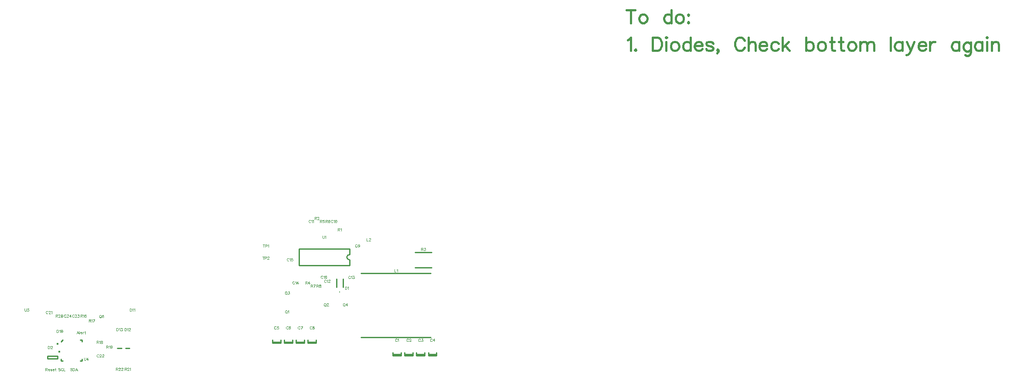
<source format=gbr>
G04 DipTrace 3.3.0.1*
G04 TopAssy.gbr*
%MOIN*%
G04 #@! TF.FileFunction,Drawing,Top*
G04 #@! TF.Part,Single*
%ADD10C,0.009843*%
%ADD28C,0.009449*%
%ADD30C,0.015415*%
%ADD48O,0.016249X0.015383*%
%ADD122C,0.003088*%
%ADD123C,0.015439*%
%FSLAX26Y26*%
G04*
G70*
G90*
G75*
G01*
G04 TopAssy*
%LPD*%
X3474772Y860186D2*
D10*
X3411843D1*
X3474772Y852738D2*
X3411843D1*
X3474772D2*
Y876297D1*
X3411843Y852738D2*
Y876297D1*
X3565323Y860186D2*
X3502394D1*
X3565323Y852738D2*
X3502394D1*
X3565323D2*
Y876297D1*
X3502394Y852738D2*
Y876297D1*
X3655877Y860186D2*
X3592948D1*
X3655877Y852738D2*
X3592948D1*
X3655877D2*
Y876297D1*
X3592948Y852738D2*
Y876297D1*
X3746425Y860186D2*
X3683496D1*
X3746425Y852738D2*
X3683496D1*
X3746425D2*
Y876297D1*
X3683496Y852738D2*
Y876297D1*
X2553513Y954675D2*
X2490584D1*
X2553513Y947226D2*
X2490584D1*
X2553513D2*
Y970785D1*
X2490584Y947226D2*
Y970785D1*
X2644062Y954675D2*
X2581133D1*
X2644062Y947226D2*
X2581133D1*
X2644062D2*
Y970785D1*
X2581133Y947226D2*
Y970785D1*
X2734614Y954675D2*
X2671685D1*
X2734614Y947226D2*
X2671685D1*
X2734614D2*
Y970785D1*
X2671685Y947226D2*
Y970785D1*
X2825165Y954675D2*
X2762236D1*
X2825165Y947226D2*
X2762236D1*
X2825165D2*
Y970785D1*
X2762236Y947226D2*
Y970785D1*
X2982678Y1376323D2*
Y1439314D1*
X3029921Y1376323D2*
Y1439314D1*
D28*
X3006299Y1339315D3*
D30*
X861945Y883165D3*
X848821Y848764D2*
D10*
X770074D1*
Y829089D1*
X848821D1*
Y848764D1*
X1398031Y909793D2*
X1366535D1*
X1337008D2*
X1305512D1*
X3701208Y990501D2*
X3169658D1*
X3701208Y1482627D2*
X3169658D1*
X3583134Y1642108D2*
X3708992D1*
X3583134Y1523934D2*
X3708992D1*
X3080098Y1667808D2*
X2694311D1*
X3080098Y1541541D2*
X2694311D1*
Y1667808D2*
Y1541541D1*
X3080098Y1667808D2*
Y1624415D1*
Y1584934D2*
Y1541541D1*
Y1624415D2*
G03X3080098Y1584934I66J-19741D01*
G01*
X876270Y959081D2*
X888200Y970791D1*
X876270Y813361D2*
X888200D1*
X876270D2*
Y825071D1*
X1033899Y813361D2*
Y825071D1*
Y813361D2*
X1021968D1*
X1033899Y970791D2*
Y959081D1*
Y970791D2*
X1021968D1*
D48*
X849004Y941134D3*
X3444995Y975645D2*
D122*
X3444044Y977546D1*
X3442121Y979470D1*
X3440219Y980420D1*
X3436395D1*
X3434471Y979470D1*
X3432570Y977546D1*
X3431597Y975645D1*
X3430647Y972771D1*
Y967974D1*
X3431597Y965122D1*
X3432570Y963198D1*
X3434471Y961297D1*
X3436395Y960324D1*
X3440219D1*
X3442121Y961297D1*
X3444044Y963198D1*
X3444995Y965122D1*
X3451170Y976574D2*
X3453094Y977546D1*
X3455968Y980398D1*
Y960324D1*
X3531246Y975645D2*
X3530295Y977546D1*
X3528372Y979470D1*
X3526470Y980420D1*
X3522646D1*
X3520722Y979470D1*
X3518821Y977546D1*
X3517848Y975645D1*
X3516898Y972771D1*
Y967974D1*
X3517848Y965122D1*
X3518821Y963198D1*
X3520722Y961297D1*
X3522646Y960324D1*
X3526470D1*
X3528372Y961297D1*
X3530295Y963198D1*
X3531246Y965122D1*
X3538394Y975623D2*
Y976574D1*
X3539345Y978497D1*
X3540295Y979448D1*
X3542219Y980398D1*
X3546043D1*
X3547945Y979448D1*
X3548895Y978497D1*
X3549868Y976574D1*
Y974672D1*
X3548895Y972749D1*
X3546994Y969897D1*
X3537421Y960324D1*
X3550819D1*
X3621800Y975645D2*
X3620849Y977546D1*
X3618926Y979470D1*
X3617024Y980420D1*
X3613200D1*
X3611276Y979470D1*
X3609375Y977546D1*
X3608402Y975645D1*
X3607452Y972771D1*
Y967974D1*
X3608402Y965122D1*
X3609375Y963198D1*
X3611276Y961297D1*
X3613200Y960324D1*
X3617024D1*
X3618926Y961297D1*
X3620849Y963198D1*
X3621800Y965122D1*
X3629899Y980398D2*
X3640400D1*
X3634674Y972749D1*
X3637548D1*
X3639449Y971798D1*
X3640400Y970848D1*
X3641373Y967974D1*
Y966072D1*
X3640400Y963198D1*
X3638499Y961275D1*
X3635625Y960324D1*
X3632751D1*
X3629899Y961275D1*
X3628948Y962248D1*
X3627975Y964149D1*
X3711873Y975645D2*
X3710922Y977546D1*
X3708999Y979470D1*
X3707097Y980420D1*
X3703273D1*
X3701349Y979470D1*
X3699448Y977546D1*
X3698475Y975645D1*
X3697525Y972771D1*
Y967974D1*
X3698475Y965122D1*
X3699448Y963198D1*
X3701349Y961297D1*
X3703273Y960324D1*
X3707097D1*
X3708999Y961297D1*
X3710922Y963198D1*
X3711873Y965122D1*
X3727621Y960324D2*
Y980398D1*
X3718048Y967023D1*
X3732396D1*
X2519436Y1070133D2*
X2518485Y1072035D1*
X2516562Y1073958D1*
X2514661Y1074909D1*
X2510836D1*
X2508913Y1073958D1*
X2507011Y1072035D1*
X2506039Y1070133D1*
X2505088Y1067259D1*
Y1062462D1*
X2506039Y1059610D1*
X2507011Y1057687D1*
X2508913Y1055785D1*
X2510836Y1054813D1*
X2514661D1*
X2516562Y1055785D1*
X2518485Y1057687D1*
X2519436Y1059610D1*
X2537086Y1074887D2*
X2527535D1*
X2526584Y1066287D1*
X2527535Y1067237D1*
X2530409Y1068210D1*
X2533261D1*
X2536135Y1067237D1*
X2538058Y1065336D1*
X2539009Y1062462D1*
Y1060561D1*
X2538058Y1057687D1*
X2536135Y1055763D1*
X2533261Y1054813D1*
X2530409D1*
X2527535Y1055763D1*
X2526584Y1056736D1*
X2525612Y1058637D1*
X2610471Y1070133D2*
X2609520Y1072035D1*
X2607597Y1073958D1*
X2605696Y1074909D1*
X2601871D1*
X2599948Y1073958D1*
X2598046Y1072035D1*
X2597074Y1070133D1*
X2596123Y1067259D1*
Y1062462D1*
X2597074Y1059610D1*
X2598046Y1057687D1*
X2599948Y1055785D1*
X2601871Y1054813D1*
X2605696D1*
X2607597Y1055785D1*
X2609520Y1057687D1*
X2610471Y1059610D1*
X2628121Y1072035D2*
X2627170Y1073936D1*
X2624296Y1074887D1*
X2622395D1*
X2619521Y1073936D1*
X2617597Y1071062D1*
X2616647Y1066287D1*
Y1061511D1*
X2617597Y1057687D1*
X2619521Y1055763D1*
X2622395Y1054813D1*
X2623345D1*
X2626197Y1055763D1*
X2628121Y1057687D1*
X2629071Y1060561D1*
Y1061511D1*
X2628121Y1064385D1*
X2626197Y1066287D1*
X2623345Y1067237D1*
X2622395D1*
X2619521Y1066287D1*
X2617597Y1064385D1*
X2616647Y1061511D1*
X2700537Y1070133D2*
X2699586Y1072035D1*
X2697663Y1073958D1*
X2695762Y1074909D1*
X2691937D1*
X2690014Y1073958D1*
X2688112Y1072035D1*
X2687140Y1070133D1*
X2686189Y1067259D1*
Y1062462D1*
X2687140Y1059610D1*
X2688112Y1057687D1*
X2690014Y1055785D1*
X2691937Y1054813D1*
X2695762D1*
X2697663Y1055785D1*
X2699586Y1057687D1*
X2700537Y1059610D1*
X2710537Y1054813D2*
X2720110Y1074887D1*
X2706713D1*
X2791099Y1070133D2*
X2790149Y1072035D1*
X2788225Y1073958D1*
X2786324Y1074909D1*
X2782499D1*
X2780576Y1073958D1*
X2778675Y1072035D1*
X2777702Y1070133D1*
X2776751Y1067259D1*
Y1062462D1*
X2777702Y1059610D1*
X2778675Y1057687D1*
X2780576Y1055785D1*
X2782499Y1054813D1*
X2786324D1*
X2788225Y1055785D1*
X2790149Y1057687D1*
X2791099Y1059610D1*
X2802050Y1074887D2*
X2799198Y1073936D1*
X2798226Y1072035D1*
Y1070111D1*
X2799198Y1068210D1*
X2801100Y1067237D1*
X2804924Y1066287D1*
X2807798Y1065336D1*
X2809700Y1063413D1*
X2810650Y1061511D1*
Y1058637D1*
X2809700Y1056736D1*
X2808749Y1055763D1*
X2805875Y1054813D1*
X2802050D1*
X2799198Y1055763D1*
X2798226Y1056736D1*
X2797275Y1058637D1*
Y1061511D1*
X2798226Y1063413D1*
X2800149Y1065336D1*
X2803001Y1066287D1*
X2806826Y1067237D1*
X2808749Y1068210D1*
X2809700Y1070111D1*
Y1072035D1*
X2808749Y1073936D1*
X2805875Y1074887D1*
X2802050D1*
X3138020Y1698086D2*
X3137070Y1699987D1*
X3135146Y1701911D1*
X3133245Y1702861D1*
X3129420D1*
X3127497Y1701911D1*
X3125596Y1699987D1*
X3124623Y1698086D1*
X3123672Y1695212D1*
Y1690415D1*
X3124623Y1687563D1*
X3125596Y1685639D1*
X3127497Y1683738D1*
X3129420Y1682765D1*
X3133245D1*
X3135146Y1683738D1*
X3137070Y1685639D1*
X3138020Y1687563D1*
X3156643Y1696163D2*
X3155670Y1693289D1*
X3153769Y1691365D1*
X3150895Y1690415D1*
X3149944D1*
X3147070Y1691365D1*
X3145169Y1693289D1*
X3144196Y1696163D1*
Y1697113D1*
X3145169Y1699987D1*
X3147070Y1701889D1*
X3149944Y1702839D1*
X3150895D1*
X3153769Y1701889D1*
X3155670Y1699987D1*
X3156643Y1696163D1*
Y1691365D1*
X3155670Y1686590D1*
X3153769Y1683716D1*
X3150895Y1682765D1*
X3148993D1*
X3146119Y1683716D1*
X3145169Y1685639D1*
X2952925Y1885094D2*
X2951974Y1886995D1*
X2950051Y1888919D1*
X2948149Y1889869D1*
X2944325D1*
X2942401Y1888919D1*
X2940500Y1886995D1*
X2939527Y1885094D1*
X2938577Y1882220D1*
Y1877423D1*
X2939527Y1874571D1*
X2940500Y1872647D1*
X2942401Y1870746D1*
X2944325Y1869773D1*
X2948149D1*
X2950051Y1870746D1*
X2951974Y1872647D1*
X2952925Y1874571D1*
X2959100Y1886023D2*
X2961024Y1886995D1*
X2963898Y1889847D1*
Y1869773D1*
X2975821Y1889847D2*
X2972947Y1888897D1*
X2971024Y1886023D1*
X2970073Y1881247D1*
Y1878373D1*
X2971024Y1873598D1*
X2972947Y1870724D1*
X2975821Y1869773D1*
X2977723D1*
X2980597Y1870724D1*
X2982498Y1873598D1*
X2983471Y1878373D1*
Y1881247D1*
X2982498Y1886023D1*
X2980597Y1888897D1*
X2977723Y1889847D1*
X2975821D1*
X2982498Y1886023D2*
X2971024Y1873598D1*
X2783209Y1885094D2*
X2782258Y1886995D1*
X2780335Y1888919D1*
X2778433Y1889869D1*
X2774609D1*
X2772685Y1888919D1*
X2770784Y1886995D1*
X2769811Y1885094D1*
X2768861Y1882220D1*
Y1877423D1*
X2769811Y1874571D1*
X2770784Y1872647D1*
X2772685Y1870746D1*
X2774609Y1869773D1*
X2778433D1*
X2780335Y1870746D1*
X2782258Y1872647D1*
X2783209Y1874571D1*
X2789384Y1886023D2*
X2791308Y1886995D1*
X2794182Y1889847D1*
Y1869773D1*
X2800358Y1886023D2*
X2802281Y1886995D1*
X2805155Y1889847D1*
Y1869773D1*
X2902137Y1426433D2*
X2901187Y1428334D1*
X2899263Y1430257D1*
X2897362Y1431208D1*
X2893537D1*
X2891614Y1430257D1*
X2889713Y1428334D1*
X2888740Y1426433D1*
X2887789Y1423559D1*
Y1418761D1*
X2888740Y1415909D1*
X2889713Y1413986D1*
X2891614Y1412085D1*
X2893537Y1411112D1*
X2897362D1*
X2899263Y1412085D1*
X2901187Y1413986D1*
X2902137Y1415909D1*
X2908313Y1427361D2*
X2910236Y1428334D1*
X2913110Y1431186D1*
Y1411112D1*
X2920259Y1426410D2*
Y1427361D1*
X2921209Y1429284D1*
X2922160Y1430235D1*
X2924083Y1431186D1*
X2927908D1*
X2929809Y1430235D1*
X2930760Y1429284D1*
X2931733Y1427361D1*
Y1425460D1*
X2930760Y1423536D1*
X2928859Y1420685D1*
X2919286Y1411112D1*
X2932683D1*
X3086783Y1455960D2*
X3085832Y1457861D1*
X3083909Y1459785D1*
X3082008Y1460735D1*
X3078183D1*
X3076259Y1459785D1*
X3074358Y1457861D1*
X3073385Y1455960D1*
X3072435Y1453086D1*
Y1448289D1*
X3073385Y1445437D1*
X3074358Y1443513D1*
X3076259Y1441612D1*
X3078183Y1440639D1*
X3082008D1*
X3083909Y1441612D1*
X3085832Y1443513D1*
X3086783Y1445437D1*
X3092959Y1456889D2*
X3094882Y1457861D1*
X3097756Y1460713D1*
Y1440639D1*
X3105855Y1460713D2*
X3116356D1*
X3110630Y1453064D1*
X3113504D1*
X3115406Y1452113D1*
X3116356Y1451163D1*
X3117329Y1448289D1*
Y1446387D1*
X3116356Y1443513D1*
X3114455Y1441590D1*
X3111581Y1440639D1*
X3108707D1*
X3105855Y1441590D1*
X3104904Y1442563D1*
X3103932Y1444464D1*
X2659142Y1414622D2*
X2658192Y1416523D1*
X2656268Y1418446D1*
X2654367Y1419397D1*
X2650542D1*
X2648619Y1418446D1*
X2646718Y1416523D1*
X2645745Y1414622D1*
X2644794Y1411748D1*
Y1406950D1*
X2645745Y1404098D1*
X2646718Y1402175D1*
X2648619Y1400274D1*
X2650542Y1399301D1*
X2654367D1*
X2656268Y1400274D1*
X2658192Y1402175D1*
X2659142Y1404098D1*
X2665318Y1415550D2*
X2667241Y1416523D1*
X2670115Y1419375D1*
Y1399301D1*
X2685864D2*
Y1419375D1*
X2676291Y1406000D1*
X2690639D1*
X2616704Y1591787D2*
X2615753Y1593688D1*
X2613830Y1595612D1*
X2611929Y1596562D1*
X2608104D1*
X2606181Y1595612D1*
X2604279Y1593688D1*
X2603307Y1591787D1*
X2602356Y1588913D1*
Y1584115D1*
X2603307Y1581264D1*
X2604279Y1579340D1*
X2606181Y1577439D1*
X2608104Y1576466D1*
X2611929D1*
X2613830Y1577439D1*
X2615753Y1579340D1*
X2616704Y1581264D1*
X2622880Y1592715D2*
X2624803Y1593688D1*
X2627677Y1596540D1*
Y1576466D1*
X2645327Y1596540D2*
X2635776D1*
X2634826Y1587940D1*
X2635776Y1588891D1*
X2638650Y1589864D1*
X2641502D1*
X2644376Y1588891D1*
X2646300Y1586990D1*
X2647250Y1584115D1*
Y1582214D1*
X2646300Y1579340D1*
X2644376Y1577417D1*
X2641502Y1576466D1*
X2638650D1*
X2635776Y1577417D1*
X2634826Y1578390D1*
X2633853Y1580291D1*
X2876246Y1458125D2*
X2875295Y1460027D1*
X2873372Y1461950D1*
X2871470Y1462901D1*
X2867646D1*
X2865722Y1461950D1*
X2863821Y1460027D1*
X2862848Y1458125D1*
X2861898Y1455251D1*
Y1450454D1*
X2862848Y1447602D1*
X2863821Y1445679D1*
X2865722Y1443778D1*
X2867646Y1442805D1*
X2871470D1*
X2873372Y1443778D1*
X2875295Y1445679D1*
X2876246Y1447602D1*
X2882421Y1459054D2*
X2884345Y1460027D1*
X2887219Y1462879D1*
Y1442805D1*
X2904868Y1460027D2*
X2903918Y1461928D1*
X2901044Y1462879D1*
X2899142D1*
X2896268Y1461928D1*
X2894345Y1459054D1*
X2893394Y1454279D1*
Y1449503D1*
X2894345Y1445679D1*
X2896268Y1443755D1*
X2899142Y1442805D1*
X2900093D1*
X2902945Y1443755D1*
X2904868Y1445679D1*
X2905819Y1448553D1*
Y1449503D1*
X2904868Y1452377D1*
X2902945Y1454279D1*
X2900093Y1455229D1*
X2899142D1*
X2896268Y1454279D1*
X2894345Y1452377D1*
X2893394Y1449503D1*
X773791Y1188244D2*
X772840Y1190145D1*
X770917Y1192068D1*
X769015Y1193019D1*
X765191D1*
X763267Y1192068D1*
X761366Y1190145D1*
X760393Y1188244D1*
X759443Y1185370D1*
Y1180572D1*
X760393Y1177720D1*
X761366Y1175797D1*
X763267Y1173896D1*
X765191Y1172923D1*
X769015D1*
X770917Y1173896D1*
X772840Y1175797D1*
X773791Y1177720D1*
X780939Y1188221D2*
Y1189172D1*
X781890Y1191096D1*
X782840Y1192046D1*
X784764Y1192997D1*
X788588D1*
X790490Y1192046D1*
X791440Y1191096D1*
X792413Y1189172D1*
Y1187271D1*
X791440Y1185347D1*
X789539Y1182496D1*
X779966Y1172923D1*
X793364D1*
X799539Y1189172D2*
X801463Y1190145D1*
X804337Y1192997D1*
Y1172923D1*
X1163192Y855566D2*
X1162241Y857468D1*
X1160317Y859391D1*
X1158416Y860342D1*
X1154592D1*
X1152668Y859391D1*
X1150767Y857468D1*
X1149794Y855566D1*
X1148844Y852692D1*
Y847895D1*
X1149794Y845043D1*
X1150767Y843120D1*
X1152668Y841218D1*
X1154592Y840246D1*
X1158416D1*
X1160317Y841218D1*
X1162241Y843120D1*
X1163192Y845043D1*
X1170340Y855544D2*
Y856495D1*
X1171291Y858418D1*
X1172241Y859369D1*
X1174165Y860320D1*
X1177989D1*
X1179891Y859369D1*
X1180841Y858418D1*
X1181814Y856495D1*
Y854594D1*
X1180841Y852670D1*
X1178940Y849818D1*
X1169367Y840246D1*
X1182765D1*
X1189913Y855544D2*
Y856495D1*
X1190864Y858418D1*
X1191814Y859369D1*
X1193738Y860320D1*
X1197562D1*
X1199464Y859369D1*
X1200414Y858418D1*
X1201387Y856495D1*
Y854594D1*
X1200414Y852670D1*
X1198513Y849818D1*
X1188940Y840246D1*
X1202338D1*
X974215Y1160685D2*
X973264Y1162586D1*
X971341Y1164509D1*
X969440Y1165460D1*
X965615D1*
X963692Y1164509D1*
X961791Y1162586D1*
X960818Y1160685D1*
X959867Y1157811D1*
Y1153013D1*
X960818Y1150161D1*
X961791Y1148238D1*
X963692Y1146337D1*
X965615Y1145364D1*
X969440D1*
X971341Y1146337D1*
X973264Y1148238D1*
X974215Y1150161D1*
X981364Y1160662D2*
Y1161613D1*
X982314Y1163536D1*
X983265Y1164487D1*
X985188Y1165438D1*
X989013D1*
X990914Y1164487D1*
X991865Y1163536D1*
X992838Y1161613D1*
Y1159712D1*
X991865Y1157788D1*
X989964Y1154937D1*
X980391Y1145364D1*
X993788D1*
X1001887Y1165438D2*
X1012388D1*
X1006663Y1157788D1*
X1009537D1*
X1011438Y1156838D1*
X1012388Y1155887D1*
X1013361Y1153013D1*
Y1151112D1*
X1012388Y1148238D1*
X1010487Y1146314D1*
X1007613Y1145364D1*
X1004739D1*
X1001887Y1146314D1*
X1000937Y1147287D1*
X999964Y1149188D1*
X912716Y1160685D2*
X911766Y1162586D1*
X909842Y1164509D1*
X907941Y1165460D1*
X904116D1*
X902193Y1164509D1*
X900292Y1162586D1*
X899319Y1160685D1*
X898368Y1157811D1*
Y1153013D1*
X899319Y1150161D1*
X900292Y1148238D1*
X902193Y1146337D1*
X904116Y1145364D1*
X907941D1*
X909842Y1146337D1*
X911766Y1148238D1*
X912716Y1150161D1*
X919865Y1160662D2*
Y1161613D1*
X920815Y1163536D1*
X921766Y1164487D1*
X923689Y1165438D1*
X927514D1*
X929415Y1164487D1*
X930366Y1163536D1*
X931339Y1161613D1*
Y1159712D1*
X930366Y1157788D1*
X928465Y1154937D1*
X918892Y1145364D1*
X932289D1*
X948038D2*
Y1165438D1*
X938465Y1152062D1*
X952813D1*
X3047264Y1380027D2*
Y1359931D1*
X3053962D1*
X3056836Y1360904D1*
X3058760Y1362805D1*
X3059710Y1364728D1*
X3060661Y1367580D1*
Y1372377D1*
X3059710Y1375251D1*
X3058760Y1377153D1*
X3056836Y1379076D1*
X3053962Y1380027D1*
X3047264D1*
X3066837Y1376180D2*
X3068760Y1377153D1*
X3071634Y1380005D1*
Y1359931D1*
X775819Y924318D2*
Y904222D1*
X782518D1*
X785392Y905195D1*
X787315Y907096D1*
X788266Y909019D1*
X789217Y911871D1*
Y916669D1*
X788266Y919543D1*
X787315Y921444D1*
X785392Y923367D1*
X782518Y924318D1*
X775819D1*
X796365Y919521D2*
Y920471D1*
X797316Y922395D1*
X798266Y923345D1*
X800190Y924296D1*
X804014D1*
X805916Y923345D1*
X806866Y922395D1*
X807839Y920471D1*
Y918570D1*
X806866Y916647D1*
X804965Y913795D1*
X795392Y904222D1*
X808790D1*
X842595Y1049318D2*
Y1029222D1*
X849294D1*
X852168Y1030195D1*
X854091Y1032096D1*
X855042Y1034019D1*
X855993Y1036871D1*
Y1041669D1*
X855042Y1044543D1*
X854091Y1046444D1*
X852168Y1048367D1*
X849294Y1049318D1*
X842595D1*
X862168Y1045471D2*
X864092Y1046444D1*
X866966Y1049296D1*
Y1029222D1*
X878889Y1049296D2*
X876015Y1048345D1*
X874092Y1045471D1*
X873141Y1040696D1*
Y1037822D1*
X874092Y1033047D1*
X876015Y1030173D1*
X878889Y1029222D1*
X880791D1*
X883665Y1030173D1*
X885566Y1033047D1*
X886539Y1037822D1*
Y1040696D1*
X885566Y1045471D1*
X883665Y1048345D1*
X880791Y1049296D1*
X878889D1*
X885566Y1045471D2*
X874092Y1033047D1*
X1402013Y1210735D2*
Y1190639D1*
X1408712D1*
X1411586Y1191612D1*
X1413509Y1193513D1*
X1414460Y1195437D1*
X1415411Y1198289D1*
Y1203086D1*
X1414460Y1205960D1*
X1413509Y1207861D1*
X1411586Y1209785D1*
X1408712Y1210735D1*
X1402013D1*
X1421586Y1206889D2*
X1423510Y1207861D1*
X1426384Y1210713D1*
Y1190639D1*
X1432559Y1206889D2*
X1434483Y1207861D1*
X1437357Y1210713D1*
Y1190639D1*
X1360312Y1061129D2*
Y1041033D1*
X1367010D1*
X1369884Y1042006D1*
X1371808Y1043907D1*
X1372758Y1045831D1*
X1373709Y1048682D1*
Y1053480D1*
X1372758Y1056354D1*
X1371808Y1058255D1*
X1369884Y1060178D1*
X1367010Y1061129D1*
X1360312D1*
X1379885Y1057282D2*
X1381808Y1058255D1*
X1384682Y1061107D1*
Y1041033D1*
X1391831Y1056332D2*
Y1057282D1*
X1392781Y1059206D1*
X1393732Y1060156D1*
X1395655Y1061107D1*
X1399480D1*
X1401381Y1060156D1*
X1402332Y1059206D1*
X1403305Y1057282D1*
Y1055381D1*
X1402332Y1053458D1*
X1400431Y1050606D1*
X1390858Y1041033D1*
X1404255D1*
X1299288Y1061129D2*
Y1041033D1*
X1305987D1*
X1308861Y1042006D1*
X1310784Y1043907D1*
X1311735Y1045831D1*
X1312685Y1048682D1*
Y1053480D1*
X1311735Y1056354D1*
X1310784Y1058255D1*
X1308861Y1060178D1*
X1305987Y1061129D1*
X1299288D1*
X1318861Y1057282D2*
X1320785Y1058255D1*
X1323659Y1061107D1*
Y1041033D1*
X1331758Y1061107D2*
X1342259D1*
X1336533Y1053458D1*
X1339407D1*
X1341308Y1052507D1*
X1342259Y1051556D1*
X1343232Y1048682D1*
Y1046781D1*
X1342259Y1043907D1*
X1340358Y1041984D1*
X1337484Y1041033D1*
X1334610D1*
X1331758Y1041984D1*
X1330807Y1042957D1*
X1329834Y1044858D1*
X3424210Y1511917D2*
Y1491821D1*
X3435684D1*
X3441859Y1508070D2*
X3443783Y1509043D1*
X3446657Y1511894D1*
Y1491821D1*
X3211248Y1750106D2*
Y1730010D1*
X3222722D1*
X3229871Y1745308D2*
Y1746259D1*
X3230821Y1748182D1*
X3231772Y1749133D1*
X3233695Y1750083D1*
X3237520D1*
X3239421Y1749133D1*
X3240372Y1748182D1*
X3241345Y1746259D1*
Y1744357D1*
X3240372Y1742434D1*
X3238470Y1739582D1*
X3228898Y1730010D1*
X3242295D1*
X2595062Y1197074D2*
X2593160Y1196145D1*
X2591237Y1194222D1*
X2590286Y1192299D1*
X2589314Y1189425D1*
Y1184649D1*
X2590286Y1181775D1*
X2591237Y1179874D1*
X2593160Y1177951D1*
X2595062Y1177000D1*
X2598886D1*
X2600810Y1177951D1*
X2602711Y1179874D1*
X2603662Y1181775D1*
X2604634Y1184649D1*
Y1189425D1*
X2603662Y1192299D1*
X2602711Y1194222D1*
X2600810Y1196145D1*
X2598886Y1197074D1*
X2595062D1*
X2597936Y1180825D2*
X2603662Y1175077D1*
X2610810Y1193227D2*
X2612734Y1194200D1*
X2615608Y1197052D1*
Y1176978D1*
X2890674Y1251287D2*
X2888773Y1250358D1*
X2886849Y1248435D1*
X2885899Y1246511D1*
X2884926Y1243637D1*
Y1238862D1*
X2885899Y1235988D1*
X2886849Y1234087D1*
X2888773Y1232163D1*
X2890674Y1231213D1*
X2894499D1*
X2896422Y1232163D1*
X2898323Y1234087D1*
X2899274Y1235988D1*
X2900247Y1238862D1*
Y1243637D1*
X2899274Y1246511D1*
X2898323Y1248435D1*
X2896422Y1250358D1*
X2894499Y1251287D1*
X2890674D1*
X2893548Y1235037D2*
X2899274Y1229289D1*
X2907395Y1246489D2*
Y1247440D1*
X2908346Y1249363D1*
X2909296Y1250314D1*
X2911220Y1251264D1*
X2915044D1*
X2916946Y1250314D1*
X2917896Y1249363D1*
X2918869Y1247440D1*
Y1245539D1*
X2917896Y1243615D1*
X2915995Y1240763D1*
X2906422Y1231191D1*
X2919820D1*
X2592730Y1340775D2*
X2590829Y1339846D1*
X2588906Y1337923D1*
X2587955Y1336000D1*
X2586982Y1333125D1*
Y1328350D1*
X2587955Y1325476D1*
X2588906Y1323575D1*
X2590829Y1321652D1*
X2592730Y1320701D1*
X2596555D1*
X2598478Y1321652D1*
X2600380Y1323575D1*
X2601330Y1325476D1*
X2602303Y1328350D1*
Y1333125D1*
X2601330Y1336000D1*
X2600380Y1337923D1*
X2598478Y1339846D1*
X2596555Y1340775D1*
X2592730D1*
X2595604Y1324526D2*
X2601330Y1318778D1*
X2610402Y1340753D2*
X2620903D1*
X2615177Y1333103D1*
X2618051D1*
X2619953Y1332153D1*
X2620903Y1331202D1*
X2621876Y1328328D1*
Y1326427D1*
X2620903Y1323553D1*
X2619002Y1321629D1*
X2616128Y1320679D1*
X2613254D1*
X2610402Y1321629D1*
X2609451Y1322602D1*
X2608479Y1324503D1*
X3035868Y1251287D2*
X3033967Y1250358D1*
X3032043Y1248435D1*
X3031093Y1246511D1*
X3030120Y1243637D1*
Y1238862D1*
X3031093Y1235988D1*
X3032043Y1234087D1*
X3033967Y1232163D1*
X3035868Y1231213D1*
X3039692D1*
X3041616Y1232163D1*
X3043517Y1234087D1*
X3044468Y1235988D1*
X3045441Y1238862D1*
Y1243637D1*
X3044468Y1246511D1*
X3043517Y1248435D1*
X3041616Y1250358D1*
X3039692Y1251287D1*
X3035868D1*
X3038742Y1235037D2*
X3044468Y1229289D1*
X3061189Y1231191D2*
Y1251264D1*
X3051616Y1237889D1*
X3065964D1*
X1172547Y1162801D2*
X1170646Y1161873D1*
X1168723Y1159949D1*
X1167772Y1158026D1*
X1166799Y1155152D1*
Y1150376D1*
X1167772Y1147502D1*
X1168723Y1145601D1*
X1170646Y1143678D1*
X1172547Y1142727D1*
X1176372D1*
X1178295Y1143678D1*
X1180197Y1145601D1*
X1181147Y1147502D1*
X1182120Y1150376D1*
Y1155152D1*
X1181147Y1158026D1*
X1180197Y1159949D1*
X1178295Y1161873D1*
X1176372Y1162801D1*
X1172547D1*
X1175421Y1146552D2*
X1181147Y1140804D1*
X1199770Y1159927D2*
X1198819Y1161828D1*
X1195945Y1162779D1*
X1194044D1*
X1191170Y1161828D1*
X1189246Y1158954D1*
X1188296Y1154179D1*
Y1149404D1*
X1189246Y1145579D1*
X1191170Y1143656D1*
X1194044Y1142705D1*
X1194994D1*
X1197846Y1143656D1*
X1199770Y1145579D1*
X1200720Y1148453D1*
Y1149404D1*
X1199770Y1152278D1*
X1197846Y1154179D1*
X1194994Y1155130D1*
X1194044D1*
X1191170Y1154179D1*
X1189246Y1152278D1*
X1188296Y1149404D1*
X2992145Y1816714D2*
X3000745D1*
X3003619Y1817687D1*
X3004592Y1818637D1*
X3005543Y1820539D1*
Y1822462D1*
X3004592Y1824363D1*
X3003619Y1825336D1*
X3000745Y1826287D1*
X2992145D1*
Y1806191D1*
X2998844Y1816714D2*
X3005543Y1806191D1*
X3011719Y1822440D2*
X3013642Y1823413D1*
X3016516Y1826264D1*
Y1806191D1*
X2814223Y1902738D2*
X2822823D1*
X2825697Y1903710D1*
X2826670Y1904661D1*
X2827621Y1906562D1*
Y1908486D1*
X2826670Y1910387D1*
X2825697Y1911360D1*
X2822823Y1912310D1*
X2814223D1*
Y1892214D1*
X2820922Y1902738D2*
X2827621Y1892214D1*
X2834769Y1907513D2*
Y1908463D1*
X2835720Y1910387D1*
X2836671Y1911337D1*
X2838594Y1912288D1*
X2842419D1*
X2844320Y1911337D1*
X2845270Y1910387D1*
X2846243Y1908463D1*
Y1906562D1*
X2845270Y1904639D1*
X2843369Y1901787D1*
X2833797Y1892214D1*
X2847194D1*
X3629578Y1665730D2*
X3638178D1*
X3641052Y1666702D1*
X3642025Y1667653D1*
X3642975Y1669554D1*
Y1671478D1*
X3642025Y1673379D1*
X3641052Y1674352D1*
X3638178Y1675302D1*
X3629578D1*
Y1655206D1*
X3636276Y1665730D2*
X3642975Y1655206D1*
X3651074Y1675280D2*
X3661575D1*
X3655850Y1667631D1*
X3658724D1*
X3660625Y1666680D1*
X3661575Y1665730D1*
X3662548Y1662856D1*
Y1660954D1*
X3661575Y1658080D1*
X3659674Y1656157D1*
X3656800Y1655206D1*
X3653926D1*
X3651074Y1656157D1*
X3650124Y1657130D1*
X3649151Y1659031D1*
X2743276Y1409824D2*
X2751876D1*
X2754750Y1410797D1*
X2755722Y1411748D1*
X2756673Y1413649D1*
Y1415572D1*
X2755722Y1417473D1*
X2754750Y1418446D1*
X2751876Y1419397D1*
X2743276D1*
Y1399301D1*
X2749974Y1409824D2*
X2756673Y1399301D1*
X2772421D2*
Y1419375D1*
X2762849Y1406000D1*
X2777197D1*
X2855562Y1879903D2*
X2864162D1*
X2867036Y1880876D1*
X2868009Y1881826D1*
X2868959Y1883728D1*
Y1885651D1*
X2868009Y1887552D1*
X2867036Y1888525D1*
X2864162Y1889476D1*
X2855562D1*
Y1869380D1*
X2862261Y1879903D2*
X2868959Y1869380D1*
X2886609Y1889453D2*
X2877058D1*
X2876108Y1880854D1*
X2877058Y1881804D1*
X2879932Y1882777D1*
X2882784D1*
X2885658Y1881804D1*
X2887582Y1879903D1*
X2888532Y1877029D1*
Y1875128D1*
X2887582Y1872254D1*
X2885658Y1870330D1*
X2882784Y1869380D1*
X2879932D1*
X2877058Y1870330D1*
X2876108Y1871303D1*
X2875135Y1873204D1*
X2897387Y1879903D2*
X2905987D1*
X2908861Y1880876D1*
X2909834Y1881826D1*
X2910784Y1883728D1*
Y1885651D1*
X2909834Y1887552D1*
X2908861Y1888525D1*
X2905987Y1889476D1*
X2897387D1*
Y1869380D1*
X2904086Y1879903D2*
X2910784Y1869380D1*
X2928434Y1886602D2*
X2927483Y1888503D1*
X2924609Y1889453D1*
X2922708D1*
X2919834Y1888503D1*
X2917911Y1885629D1*
X2916960Y1880854D1*
Y1876078D1*
X2917911Y1872254D1*
X2919834Y1870330D1*
X2922708Y1869380D1*
X2923659D1*
X2926511Y1870330D1*
X2928434Y1872254D1*
X2929385Y1875128D1*
Y1876078D1*
X2928434Y1878952D1*
X2926511Y1880854D1*
X2923659Y1881804D1*
X2922708D1*
X2919834Y1880854D1*
X2917911Y1878952D1*
X2916960Y1876078D1*
X2785090Y1384430D2*
X2793690D1*
X2796564Y1385403D1*
X2797536Y1386354D1*
X2798487Y1388255D1*
Y1390178D1*
X2797536Y1392080D1*
X2796564Y1393053D1*
X2793690Y1394003D1*
X2785090D1*
Y1373907D1*
X2791788Y1384430D2*
X2798487Y1373907D1*
X2808487D2*
X2818060Y1393981D1*
X2804663D1*
X2828408Y1384430D2*
X2837008D1*
X2839882Y1385403D1*
X2840854Y1386354D1*
X2841805Y1388255D1*
Y1390178D1*
X2840854Y1392080D1*
X2839882Y1393053D1*
X2837008Y1394003D1*
X2828408D1*
Y1373907D1*
X2835106Y1384430D2*
X2841805Y1373907D1*
X2852756Y1393981D2*
X2849904Y1393030D1*
X2848931Y1391129D1*
Y1389206D1*
X2849904Y1387304D1*
X2851805Y1386332D1*
X2855630Y1385381D1*
X2858504Y1384430D1*
X2860405Y1382507D1*
X2861356Y1380606D1*
Y1377732D1*
X2860405Y1375831D1*
X2859455Y1374858D1*
X2856581Y1373907D1*
X2852756D1*
X2849904Y1374858D1*
X2848931Y1375831D1*
X2847981Y1377732D1*
Y1380606D1*
X2848931Y1382507D1*
X2850855Y1384430D1*
X2853707Y1385381D1*
X2857531Y1386332D1*
X2859455Y1387304D1*
X2860405Y1389206D1*
Y1391129D1*
X2859455Y1393030D1*
X2856581Y1393981D1*
X2852756D1*
X1024184Y1155887D2*
X1032784D1*
X1035658Y1156860D1*
X1036631Y1157811D1*
X1037581Y1159712D1*
Y1161635D1*
X1036631Y1163536D1*
X1035658Y1164509D1*
X1032784Y1165460D1*
X1024184D1*
Y1145364D1*
X1030883Y1155887D2*
X1037581Y1145364D1*
X1043757Y1161613D2*
X1045680Y1162586D1*
X1048554Y1165438D1*
Y1145364D1*
X1066204Y1162586D2*
X1065253Y1164487D1*
X1062379Y1165438D1*
X1060478D1*
X1057604Y1164487D1*
X1055681Y1161613D1*
X1054730Y1156838D1*
Y1152062D1*
X1055681Y1148238D1*
X1057604Y1146314D1*
X1060478Y1145364D1*
X1061429D1*
X1064281Y1146314D1*
X1066204Y1148238D1*
X1067155Y1151112D1*
Y1152062D1*
X1066204Y1154937D1*
X1064281Y1156838D1*
X1061429Y1157788D1*
X1060478D1*
X1057604Y1156838D1*
X1055681Y1154937D1*
X1054730Y1152062D1*
X1088658Y1120454D2*
X1097258D1*
X1100132Y1121427D1*
X1101105Y1122377D1*
X1102056Y1124279D1*
Y1126202D1*
X1101105Y1128103D1*
X1100132Y1129076D1*
X1097258Y1130027D1*
X1088658D1*
Y1109931D1*
X1095357Y1120454D2*
X1102056Y1109931D1*
X1108231Y1126180D2*
X1110155Y1127153D1*
X1113029Y1130005D1*
Y1109931D1*
X1123029D2*
X1132602Y1130005D1*
X1119204D1*
X1147724Y955100D2*
X1156324D1*
X1159198Y956072D1*
X1160171Y957023D1*
X1161122Y958924D1*
Y960848D1*
X1160171Y962749D1*
X1159198Y963722D1*
X1156324Y964672D1*
X1147724D1*
Y944576D1*
X1154423Y955100D2*
X1161122Y944576D1*
X1167297Y960826D2*
X1169221Y961798D1*
X1172095Y964650D1*
Y944576D1*
X1183046Y964650D2*
X1180194Y963700D1*
X1179221Y961798D1*
Y959875D1*
X1180194Y957974D1*
X1182095Y957001D1*
X1185920Y956050D1*
X1188794Y955100D1*
X1190695Y953176D1*
X1191646Y951275D1*
Y948401D1*
X1190695Y946500D1*
X1189744Y945527D1*
X1186870Y944576D1*
X1183046D1*
X1180194Y945527D1*
X1179221Y946500D1*
X1178270Y948401D1*
Y951275D1*
X1179221Y953176D1*
X1181145Y955100D1*
X1183996Y956050D1*
X1187821Y957001D1*
X1189744Y957974D1*
X1190695Y959875D1*
Y961798D1*
X1189744Y963700D1*
X1186870Y964650D1*
X1183046D1*
X1222992Y917698D2*
X1231592D1*
X1234466Y918671D1*
X1235438Y919622D1*
X1236389Y921523D1*
Y923446D1*
X1235438Y925347D1*
X1234466Y926320D1*
X1231592Y927271D1*
X1222992D1*
Y907175D1*
X1229690Y917698D2*
X1236389Y907175D1*
X1242565Y923424D2*
X1244488Y924397D1*
X1247362Y927249D1*
Y907175D1*
X1265985Y920572D2*
X1265012Y917698D1*
X1263111Y915775D1*
X1260237Y914824D1*
X1259286D1*
X1256412Y915775D1*
X1254511Y917698D1*
X1253538Y920572D1*
Y921523D1*
X1254511Y924397D1*
X1256412Y926298D1*
X1259286Y927249D1*
X1260237D1*
X1263111Y926298D1*
X1265012Y924397D1*
X1265985Y920572D1*
Y915775D1*
X1265012Y911000D1*
X1263111Y908125D1*
X1260237Y907175D1*
X1258335D1*
X1255461Y908125D1*
X1254511Y910049D1*
X834358Y1155887D2*
X842958D1*
X845832Y1156860D1*
X846805Y1157811D1*
X847756Y1159712D1*
Y1161635D1*
X846805Y1163536D1*
X845832Y1164509D1*
X842958Y1165460D1*
X834358D1*
Y1145364D1*
X841057Y1155887D2*
X847756Y1145364D1*
X854904Y1160662D2*
Y1161613D1*
X855855Y1163536D1*
X856805Y1164487D1*
X858729Y1165438D1*
X862553D1*
X864455Y1164487D1*
X865405Y1163536D1*
X866378Y1161613D1*
Y1159712D1*
X865405Y1157788D1*
X863504Y1154937D1*
X853931Y1145364D1*
X867329D1*
X879252Y1165438D2*
X876378Y1164487D1*
X874455Y1161613D1*
X873504Y1156838D1*
Y1153964D1*
X874455Y1149188D1*
X876378Y1146314D1*
X879252Y1145364D1*
X881154D1*
X884028Y1146314D1*
X885929Y1149188D1*
X886902Y1153964D1*
Y1156838D1*
X885929Y1161613D1*
X884028Y1164487D1*
X881154Y1165438D1*
X879252D1*
X885929Y1161613D2*
X874455Y1149188D1*
X1362280Y748407D2*
X1370880D1*
X1373754Y749380D1*
X1374727Y750330D1*
X1375678Y752231D1*
Y754155D1*
X1374727Y756056D1*
X1373754Y757029D1*
X1370880Y757980D1*
X1362280D1*
Y737884D1*
X1368979Y748407D2*
X1375678Y737884D1*
X1382826Y753182D2*
Y754133D1*
X1383777Y756056D1*
X1384727Y757007D1*
X1386651Y757957D1*
X1390475D1*
X1392377Y757007D1*
X1393327Y756056D1*
X1394300Y754133D1*
Y752231D1*
X1393327Y750308D1*
X1391426Y747456D1*
X1381853Y737884D1*
X1395251D1*
X1401426Y754133D2*
X1403350Y755106D1*
X1406224Y757957D1*
Y737884D1*
X1294988Y748407D2*
X1303588D1*
X1306462Y749380D1*
X1307435Y750330D1*
X1308385Y752231D1*
Y754155D1*
X1307435Y756056D1*
X1306462Y757029D1*
X1303588Y757980D1*
X1294988D1*
Y737884D1*
X1301687Y748407D2*
X1308385Y737884D1*
X1315534Y753182D2*
Y754133D1*
X1316485Y756056D1*
X1317435Y757007D1*
X1319359Y757957D1*
X1323183D1*
X1325084Y757007D1*
X1326035Y756056D1*
X1327008Y754133D1*
Y752231D1*
X1326035Y750308D1*
X1324134Y747456D1*
X1314561Y737884D1*
X1327959D1*
X1335107Y753182D2*
Y754133D1*
X1336058Y756056D1*
X1337008Y757007D1*
X1338932Y757957D1*
X1342756D1*
X1344658Y757007D1*
X1345608Y756056D1*
X1346581Y754133D1*
Y752231D1*
X1345608Y750308D1*
X1343707Y747456D1*
X1334134Y737884D1*
X1347532D1*
X2424541Y1702025D2*
Y1681929D1*
X2417842Y1702025D2*
X2431239D1*
X2437415Y1691502D2*
X2446037D1*
X2448889Y1692453D1*
X2449862Y1693426D1*
X2450812Y1695327D1*
Y1698201D1*
X2449862Y1700102D1*
X2448889Y1701075D1*
X2446037Y1702025D1*
X2437415D1*
Y1681929D1*
X2456988Y1698179D2*
X2458911Y1699151D1*
X2461785Y1702003D1*
Y1681929D1*
X2420239Y1608275D2*
Y1588179D1*
X2413541Y1608275D2*
X2426938D1*
X2433114Y1597751D2*
X2441736D1*
X2444588Y1598702D1*
X2445560Y1599675D1*
X2446511Y1601576D1*
Y1604450D1*
X2445560Y1606351D1*
X2444588Y1607324D1*
X2441736Y1608275D1*
X2433114D1*
Y1588179D1*
X2453659Y1603477D2*
Y1604428D1*
X2454610Y1606351D1*
X2455561Y1607302D1*
X2457484Y1608253D1*
X2461309D1*
X2463210Y1607302D1*
X2464161Y1606351D1*
X2465133Y1604428D1*
Y1602527D1*
X2464161Y1600603D1*
X2462259Y1597751D1*
X2452687Y1588179D1*
X2466084D1*
X756059Y746438D2*
X764659D1*
X767533Y747411D1*
X768506Y748362D1*
X769456Y750263D1*
Y752186D1*
X768506Y754088D1*
X767533Y755060D1*
X764659Y756011D1*
X756059D1*
Y735915D1*
X762758Y746438D2*
X769456Y735915D1*
X775632Y743564D2*
X787106D1*
Y745488D1*
X786155Y747411D1*
X785205Y748362D1*
X783281Y749312D1*
X780407D1*
X778506Y748362D1*
X776583Y746438D1*
X775632Y743564D1*
Y741663D1*
X776583Y738789D1*
X778506Y736888D1*
X780407Y735915D1*
X783281D1*
X785205Y736888D1*
X787106Y738789D1*
X803805Y746438D2*
X802854Y748362D1*
X799980Y749312D1*
X797106D1*
X794232Y748362D1*
X793282Y746438D1*
X794232Y744537D1*
X796156Y743564D1*
X800931Y742614D1*
X802854Y741663D1*
X803805Y739740D1*
Y738789D1*
X802854Y736888D1*
X799980Y735915D1*
X797106D1*
X794232Y736888D1*
X793282Y738789D1*
X809981Y743564D2*
X821455D1*
Y745488D1*
X820504Y747411D1*
X819553Y748362D1*
X817630Y749312D1*
X814756D1*
X812855Y748362D1*
X810931Y746438D1*
X809981Y743564D1*
Y741663D1*
X810931Y738789D1*
X812855Y736888D1*
X814756Y735915D1*
X817630D1*
X819553Y736888D1*
X821455Y738789D1*
X830504Y756011D2*
Y739740D1*
X831455Y736888D1*
X833378Y735915D1*
X835280D1*
X827630Y749312D2*
X834329D1*
X1009864Y1019380D2*
X1002193Y1039476D1*
X994544Y1019380D1*
X997418Y1026078D2*
X1006990D1*
X1016040Y1039476D2*
Y1019380D1*
X1022216Y1027029D2*
X1033690D1*
Y1028952D1*
X1032739Y1030876D1*
X1031788Y1031826D1*
X1029865Y1032777D1*
X1026991D1*
X1025090Y1031826D1*
X1023166Y1029903D1*
X1022216Y1027029D1*
Y1025128D1*
X1023166Y1022254D1*
X1025090Y1020352D1*
X1026991Y1019380D1*
X1029865D1*
X1031788Y1020352D1*
X1033690Y1022254D1*
X1039865Y1032777D2*
Y1019380D1*
Y1027029D2*
X1040838Y1029903D1*
X1042739Y1031826D1*
X1044663Y1032777D1*
X1047537D1*
X1056587Y1039476D2*
Y1023204D1*
X1057537Y1020352D1*
X1059461Y1019380D1*
X1061362D1*
X1053713Y1032777D2*
X1060411D1*
X958999Y753137D2*
X957097Y755060D1*
X954223Y756011D1*
X950399D1*
X947525Y755060D1*
X945601Y753137D1*
Y751236D1*
X946574Y749312D1*
X947525Y748362D1*
X949426Y747411D1*
X955174Y745488D1*
X957097Y744537D1*
X958048Y743564D1*
X958999Y741663D1*
Y738789D1*
X957097Y736888D1*
X954223Y735915D1*
X950399D1*
X947525Y736888D1*
X945601Y738789D1*
X965174Y756011D2*
Y735915D1*
X971873D1*
X974747Y736888D1*
X976670Y738789D1*
X977621Y740712D1*
X978572Y743564D1*
Y748362D1*
X977621Y751236D1*
X976670Y753137D1*
X974747Y755060D1*
X971873Y756011D1*
X965174D1*
X1000068Y735915D2*
X992397Y756011D1*
X984747Y735915D1*
X987621Y742614D2*
X997194D1*
X867927Y753137D2*
X866026Y755060D1*
X863152Y756011D1*
X859327D1*
X856453Y755060D1*
X854530Y753137D1*
Y751236D1*
X855502Y749312D1*
X856453Y748362D1*
X858354Y747411D1*
X864102Y745488D1*
X866026Y744537D1*
X866976Y743564D1*
X867927Y741663D1*
Y738789D1*
X866026Y736888D1*
X863152Y735915D1*
X859327D1*
X856453Y736888D1*
X854530Y738789D1*
X888451Y751236D2*
X887500Y753137D1*
X885577Y755060D1*
X883675Y756011D1*
X879851D1*
X877927Y755060D1*
X876026Y753137D1*
X875053Y751236D1*
X874103Y748362D1*
Y743564D1*
X875053Y740712D1*
X876026Y738789D1*
X877927Y736888D1*
X879851Y735915D1*
X883675D1*
X885577Y736888D1*
X887500Y738789D1*
X888451Y740712D1*
X894626Y756011D2*
Y735915D1*
X906100D1*
X2875020Y1768806D2*
Y1754458D1*
X2875970Y1751584D1*
X2877894Y1749683D1*
X2880768Y1748710D1*
X2882669D1*
X2885543Y1749683D1*
X2887466Y1751584D1*
X2888417Y1754458D1*
Y1768806D1*
X2894593Y1764960D2*
X2896516Y1765932D1*
X2899390Y1768784D1*
Y1748710D1*
X1050330Y834751D2*
Y820403D1*
X1051280Y817529D1*
X1053204Y815628D1*
X1056078Y814655D1*
X1057979D1*
X1060853Y815628D1*
X1062776Y817529D1*
X1063727Y820403D1*
Y834751D1*
X1079475Y814655D2*
Y834729D1*
X1069903Y821354D1*
X1084251D1*
X596113Y1212507D2*
Y1198159D1*
X597064Y1195285D1*
X598987Y1193384D1*
X601861Y1192411D1*
X603763D1*
X606637Y1193384D1*
X608560Y1195285D1*
X609511Y1198159D1*
Y1212507D1*
X627160Y1212485D2*
X617610D1*
X616659Y1203885D1*
X617610Y1204836D1*
X620484Y1205808D1*
X623336D1*
X626210Y1204836D1*
X628133Y1202934D1*
X629084Y1200060D1*
Y1198159D1*
X628133Y1195285D1*
X626210Y1193362D1*
X623336Y1192411D1*
X620484D1*
X617610Y1193362D1*
X616659Y1194334D1*
X615686Y1196236D1*
X5230738Y3495799D2*
D123*
Y3395319D1*
X5197245Y3495799D2*
X5264231D1*
X5318986Y3462306D2*
X5309480Y3457553D1*
X5299863Y3447936D1*
X5295110Y3433566D1*
Y3424059D1*
X5299863Y3409689D1*
X5309480Y3400183D1*
X5318986Y3395319D1*
X5333356D1*
X5342973Y3400183D1*
X5352480Y3409689D1*
X5357343Y3424059D1*
Y3433566D1*
X5352480Y3447936D1*
X5342973Y3457553D1*
X5333356Y3462306D1*
X5318986D1*
X5542793Y3495799D2*
Y3395319D1*
Y3447936D2*
X5533287Y3457553D1*
X5523670Y3462306D1*
X5509300D1*
X5499794Y3457553D1*
X5490177Y3447936D1*
X5485424Y3433566D1*
Y3424059D1*
X5490177Y3409689D1*
X5499794Y3400183D1*
X5509300Y3395319D1*
X5523670D1*
X5533287Y3400183D1*
X5542793Y3409689D1*
X5597548Y3462306D2*
X5588042Y3457553D1*
X5578425Y3447936D1*
X5573672Y3433566D1*
Y3424059D1*
X5578425Y3409689D1*
X5588042Y3400183D1*
X5597548Y3395319D1*
X5611918D1*
X5621535Y3400183D1*
X5631042Y3409689D1*
X5635905Y3424059D1*
Y3433566D1*
X5631042Y3447936D1*
X5621535Y3457553D1*
X5611918Y3462306D1*
X5597548D1*
X5671648D2*
X5666784Y3457442D1*
X5671648Y3452689D1*
X5676401Y3457442D1*
X5671648Y3462306D1*
Y3404936D2*
X5666784Y3400072D1*
X5671648Y3395319D1*
X5676401Y3400072D1*
X5671648Y3404936D1*
X5207087Y3265935D2*
X5216704Y3270799D1*
X5231074Y3285059D1*
Y3184689D1*
X5266706Y3194306D2*
X5261953Y3189442D1*
X5266706Y3184689D1*
X5271569Y3189442D1*
X5266706Y3194306D1*
X5399650Y3285169D2*
Y3184689D1*
X5433143D1*
X5447513Y3189553D1*
X5457130Y3199059D1*
X5461883Y3208676D1*
X5466637Y3222936D1*
Y3246923D1*
X5461883Y3261293D1*
X5457130Y3270799D1*
X5447513Y3280416D1*
X5433143Y3285169D1*
X5399650D1*
X5497515D2*
X5502268Y3280416D1*
X5507132Y3285169D1*
X5502268Y3290033D1*
X5497515Y3285169D1*
X5502268Y3251676D2*
Y3184689D1*
X5561887Y3251676D2*
X5552381Y3246923D1*
X5542764Y3237306D1*
X5538010Y3222936D1*
Y3213429D1*
X5542764Y3199059D1*
X5552381Y3189553D1*
X5561887Y3184689D1*
X5576257D1*
X5585874Y3189553D1*
X5595380Y3199059D1*
X5600244Y3213429D1*
Y3222936D1*
X5595380Y3237306D1*
X5585874Y3246923D1*
X5576257Y3251676D1*
X5561887D1*
X5688492Y3285169D2*
Y3184689D1*
Y3237306D2*
X5678986Y3246923D1*
X5669369Y3251676D1*
X5654999D1*
X5645493Y3246923D1*
X5635876Y3237306D1*
X5631122Y3222936D1*
Y3213429D1*
X5635876Y3199059D1*
X5645493Y3189553D1*
X5654999Y3184689D1*
X5669369D1*
X5678986Y3189553D1*
X5688492Y3199059D1*
X5719371Y3222936D2*
X5776740D1*
Y3232553D1*
X5771987Y3242170D1*
X5767234Y3246923D1*
X5757617Y3251676D1*
X5743247D1*
X5733741Y3246923D1*
X5724124Y3237306D1*
X5719371Y3222936D1*
Y3213429D1*
X5724124Y3199059D1*
X5733741Y3189553D1*
X5743247Y3184689D1*
X5757617D1*
X5767234Y3189553D1*
X5776740Y3199059D1*
X5860236Y3237306D2*
X5855482Y3246923D1*
X5841112Y3251676D1*
X5826742D1*
X5812372Y3246923D1*
X5807619Y3237306D1*
X5812372Y3227799D1*
X5821989Y3222936D1*
X5845865Y3218183D1*
X5855482Y3213429D1*
X5860236Y3203812D1*
Y3199059D1*
X5855482Y3189553D1*
X5841112Y3184689D1*
X5826742D1*
X5812372Y3189553D1*
X5807619Y3199059D1*
X5900731Y3189442D2*
X5895867Y3184689D1*
X5891114Y3189442D1*
X5895867Y3194306D1*
X5900731Y3189442D1*
Y3179936D1*
X5895867Y3170319D1*
X5891114Y3165566D1*
X6100551Y3261293D2*
X6095798Y3270799D1*
X6086181Y3280416D1*
X6076675Y3285169D1*
X6057552D1*
X6047935Y3280416D1*
X6038428Y3270799D1*
X6033565Y3261293D1*
X6028811Y3246923D1*
Y3222936D1*
X6033565Y3208676D1*
X6038428Y3199059D1*
X6047935Y3189553D1*
X6057552Y3184689D1*
X6076675D1*
X6086181Y3189553D1*
X6095798Y3199059D1*
X6100551Y3208676D1*
X6131430Y3285169D2*
Y3184689D1*
Y3232553D2*
X6145800Y3246923D1*
X6155417Y3251676D1*
X6169787D1*
X6179293Y3246923D1*
X6184046Y3232553D1*
Y3184689D1*
X6214925Y3222936D2*
X6272295D1*
Y3232553D1*
X6267541Y3242170D1*
X6262788Y3246923D1*
X6253171Y3251676D1*
X6238801D1*
X6229295Y3246923D1*
X6219678Y3237306D1*
X6214925Y3222936D1*
Y3213429D1*
X6219678Y3199059D1*
X6229295Y3189553D1*
X6238801Y3184689D1*
X6253171D1*
X6262788Y3189553D1*
X6272295Y3199059D1*
X6360653Y3237306D2*
X6351036Y3246923D1*
X6341420Y3251676D1*
X6327160D1*
X6317543Y3246923D1*
X6308037Y3237306D1*
X6303173Y3222936D1*
Y3213429D1*
X6308037Y3199059D1*
X6317543Y3189553D1*
X6327160Y3184689D1*
X6341420D1*
X6351036Y3189553D1*
X6360653Y3199059D1*
X6391532Y3285169D2*
Y3184689D1*
X6439395Y3251676D2*
X6391532Y3203812D1*
X6410655Y3222936D2*
X6444148Y3184689D1*
X6572229Y3285169D2*
Y3184689D1*
Y3237306D2*
X6581846Y3246923D1*
X6591352Y3251676D1*
X6605722D1*
X6615229Y3246923D1*
X6624846Y3237306D1*
X6629599Y3222936D1*
Y3213429D1*
X6624846Y3199059D1*
X6615229Y3189553D1*
X6605722Y3184689D1*
X6591352D1*
X6581846Y3189553D1*
X6572229Y3199059D1*
X6684354Y3251676D2*
X6674847Y3246923D1*
X6665230Y3237306D1*
X6660477Y3222936D1*
Y3213429D1*
X6665230Y3199059D1*
X6674847Y3189553D1*
X6684354Y3184689D1*
X6698724D1*
X6708341Y3189553D1*
X6717847Y3199059D1*
X6722711Y3213429D1*
Y3222936D1*
X6717847Y3237306D1*
X6708341Y3246923D1*
X6698724Y3251676D1*
X6684354D1*
X6767959Y3285169D2*
Y3203812D1*
X6772712Y3189553D1*
X6782329Y3184689D1*
X6791836D1*
X6753589Y3251676D2*
X6787083D1*
X6837084Y3285169D2*
Y3203812D1*
X6841837Y3189553D1*
X6851454Y3184689D1*
X6860961D1*
X6822714Y3251676D2*
X6856208D1*
X6915716D2*
X6906209Y3246923D1*
X6896592Y3237306D1*
X6891839Y3222936D1*
Y3213429D1*
X6896592Y3199059D1*
X6906209Y3189553D1*
X6915716Y3184689D1*
X6930086D1*
X6939703Y3189553D1*
X6949209Y3199059D1*
X6954073Y3213429D1*
Y3222936D1*
X6949209Y3237306D1*
X6939703Y3246923D1*
X6930086Y3251676D1*
X6915716D1*
X6984951D2*
Y3184689D1*
Y3232553D2*
X6999321Y3246923D1*
X7008938Y3251676D1*
X7023198D1*
X7032815Y3246923D1*
X7037568Y3232553D1*
Y3184689D1*
Y3232553D2*
X7051938Y3246923D1*
X7061555Y3251676D1*
X7075814D1*
X7085431Y3246923D1*
X7090295Y3232553D1*
Y3184689D1*
X7218375Y3285169D2*
Y3184689D1*
X7306624Y3251676D2*
Y3184689D1*
Y3237306D2*
X7297117Y3246923D1*
X7287500Y3251676D1*
X7273241D1*
X7263624Y3246923D1*
X7254118Y3237306D1*
X7249254Y3222936D1*
Y3213429D1*
X7254118Y3199059D1*
X7263624Y3189553D1*
X7273241Y3184689D1*
X7287500D1*
X7297117Y3189553D1*
X7306624Y3199059D1*
X7342366Y3251676D2*
X7370995Y3184689D1*
X7361489Y3165566D1*
X7351872Y3155949D1*
X7342366Y3151196D1*
X7337502D1*
X7399736Y3251676D2*
X7370995Y3184689D1*
X7430614Y3222936D2*
X7487984D1*
Y3232553D1*
X7483231Y3242170D1*
X7478478Y3246923D1*
X7468861Y3251676D1*
X7454491D1*
X7444984Y3246923D1*
X7435367Y3237306D1*
X7430614Y3222936D1*
Y3213429D1*
X7435367Y3199059D1*
X7444984Y3189553D1*
X7454491Y3184689D1*
X7468861D1*
X7478478Y3189553D1*
X7487984Y3199059D1*
X7518862Y3251676D2*
Y3184689D1*
Y3222936D2*
X7523726Y3237306D1*
X7533232Y3246923D1*
X7542849Y3251676D1*
X7557219D1*
X7742670D2*
Y3184689D1*
Y3237306D2*
X7733163Y3246923D1*
X7723546Y3251676D1*
X7709287D1*
X7699670Y3246923D1*
X7690164Y3237306D1*
X7685300Y3222936D1*
Y3213429D1*
X7690164Y3199059D1*
X7699670Y3189553D1*
X7709287Y3184689D1*
X7723546D1*
X7733163Y3189553D1*
X7742670Y3199059D1*
X7830918Y3246923D2*
Y3170319D1*
X7826165Y3156060D1*
X7821412Y3151196D1*
X7811795Y3146443D1*
X7797425D1*
X7787918Y3151196D1*
X7830918Y3232553D2*
X7821412Y3242059D1*
X7811795Y3246923D1*
X7797425D1*
X7787918Y3242059D1*
X7778301Y3232553D1*
X7773548Y3218183D1*
Y3208566D1*
X7778301Y3194306D1*
X7787918Y3184689D1*
X7797425Y3179936D1*
X7811795D1*
X7821412Y3184689D1*
X7830918Y3194306D1*
X7919166Y3251676D2*
Y3184689D1*
Y3237306D2*
X7909660Y3246923D1*
X7900043Y3251676D1*
X7885783D1*
X7876166Y3246923D1*
X7866660Y3237306D1*
X7861796Y3222936D1*
Y3213429D1*
X7866660Y3199059D1*
X7876166Y3189553D1*
X7885783Y3184689D1*
X7900043D1*
X7909660Y3189553D1*
X7919166Y3199059D1*
X7950045Y3285169D2*
X7954798Y3280416D1*
X7959662Y3285169D1*
X7954798Y3290033D1*
X7950045Y3285169D1*
X7954798Y3251676D2*
Y3184689D1*
X7990540Y3251676D2*
Y3184689D1*
Y3232553D2*
X8004910Y3246923D1*
X8014527Y3251676D1*
X8028787D1*
X8038403Y3246923D1*
X8043157Y3232553D1*
Y3184689D1*
M02*

</source>
